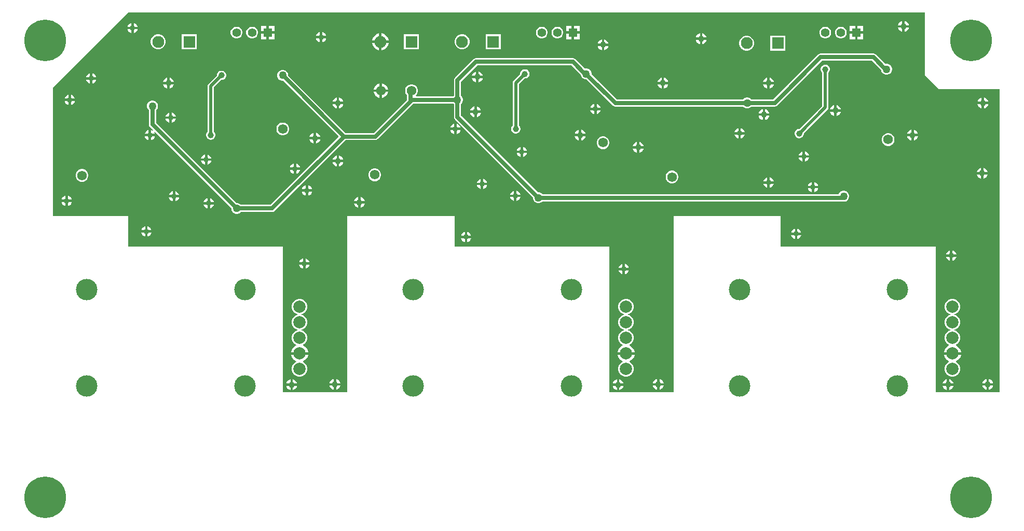
<source format=gbl>
G04*
G04 #@! TF.GenerationSoftware,Altium Limited,Altium Designer,22.5.1 (42)*
G04*
G04 Layer_Physical_Order=2*
G04 Layer_Color=16711680*
%FSLAX43Y43*%
%MOMM*%
G71*
G04*
G04 #@! TF.SameCoordinates,2A2A3854-17DD-444F-B545-0734B4948F52*
G04*
G04*
G04 #@! TF.FilePolarity,Positive*
G04*
G01*
G75*
%ADD37C,1.570*%
%ADD41C,0.640*%
%ADD42C,0.510*%
%ADD44C,2.000*%
%ADD45C,3.500*%
%ADD46C,6.800*%
%ADD47C,1.400*%
%ADD48R,1.400X1.400*%
%ADD49C,1.950*%
%ADD50R,1.950X1.950*%
%ADD51C,1.000*%
%ADD52C,0.900*%
%ADD53C,1.270*%
G36*
X148500Y74250D02*
X148500D01*
X150750Y72000D01*
X160690D01*
Y22500D01*
X150250D01*
Y46250D01*
X125000D01*
Y51250D01*
X107500D01*
Y22500D01*
X97000D01*
Y46250D01*
X71750D01*
Y51250D01*
X54250D01*
Y22500D01*
X43750D01*
Y46250D01*
X18500D01*
Y51250D01*
X6250D01*
Y72250D01*
X18500Y84500D01*
X148500D01*
Y74250D01*
D02*
G37*
%LPC*%
G36*
X145200Y83128D02*
Y82450D01*
X145878D01*
X145839Y82597D01*
X145720Y82803D01*
X145553Y82970D01*
X145347Y83089D01*
X145200Y83128D01*
D02*
G37*
G36*
X144800D02*
X144653Y83089D01*
X144447Y82970D01*
X144280Y82803D01*
X144161Y82597D01*
X144122Y82450D01*
X144800D01*
Y83128D01*
D02*
G37*
G36*
X19450Y82826D02*
Y82200D01*
X20076D01*
X20042Y82328D01*
X19930Y82522D01*
X19772Y82680D01*
X19578Y82792D01*
X19450Y82826D01*
D02*
G37*
G36*
X19050D02*
X18922Y82792D01*
X18728Y82680D01*
X18570Y82522D01*
X18458Y82328D01*
X18424Y82200D01*
X19050D01*
Y82826D01*
D02*
G37*
G36*
X92180Y82350D02*
X91280D01*
Y81450D01*
X92180D01*
Y82350D01*
D02*
G37*
G36*
X138430D02*
X137530D01*
Y81450D01*
X138430D01*
Y82350D01*
D02*
G37*
G36*
X137130D02*
X136230D01*
Y81450D01*
X137130D01*
Y82350D01*
D02*
G37*
G36*
X90880D02*
X89980D01*
Y81450D01*
X90880D01*
Y82350D01*
D02*
G37*
G36*
X42390Y82350D02*
X41490D01*
Y81450D01*
X42390D01*
Y82350D01*
D02*
G37*
G36*
X41090D02*
X40190D01*
Y81450D01*
X41090D01*
Y82350D01*
D02*
G37*
G36*
X144800Y82050D02*
X144122D01*
X144161Y81903D01*
X144280Y81697D01*
X144447Y81530D01*
X144653Y81411D01*
X144800Y81372D01*
Y82050D01*
D02*
G37*
G36*
X145878D02*
X145200D01*
Y81372D01*
X145347Y81411D01*
X145553Y81530D01*
X145720Y81697D01*
X145839Y81903D01*
X145878Y82050D01*
D02*
G37*
G36*
X20076Y81800D02*
X19450D01*
Y81174D01*
X19578Y81208D01*
X19772Y81320D01*
X19930Y81478D01*
X20042Y81672D01*
X20076Y81800D01*
D02*
G37*
G36*
X19050D02*
X18424D01*
X18458Y81672D01*
X18570Y81478D01*
X18728Y81320D01*
X18922Y81208D01*
X19050Y81174D01*
Y81800D01*
D02*
G37*
G36*
X50200Y81326D02*
Y80700D01*
X50826D01*
X50792Y80828D01*
X50680Y81022D01*
X50522Y81180D01*
X50328Y81292D01*
X50200Y81326D01*
D02*
G37*
G36*
X49800D02*
X49672Y81292D01*
X49478Y81180D01*
X49320Y81022D01*
X49208Y80828D01*
X49174Y80700D01*
X49800D01*
Y81326D01*
D02*
G37*
G36*
X112200Y81128D02*
Y80450D01*
X112878D01*
X112839Y80597D01*
X112720Y80803D01*
X112553Y80970D01*
X112347Y81089D01*
X112200Y81128D01*
D02*
G37*
G36*
X111800D02*
X111653Y81089D01*
X111447Y80970D01*
X111280Y80803D01*
X111161Y80597D01*
X111122Y80450D01*
X111800D01*
Y81128D01*
D02*
G37*
G36*
X134916Y82204D02*
X134664D01*
X134422Y82139D01*
X134204Y82013D01*
X134027Y81836D01*
X133901Y81618D01*
X133836Y81376D01*
Y81124D01*
X133901Y80882D01*
X134027Y80664D01*
X134204Y80487D01*
X134422Y80361D01*
X134664Y80296D01*
X134916D01*
X135158Y80361D01*
X135376Y80487D01*
X135553Y80664D01*
X135679Y80882D01*
X135744Y81124D01*
Y81376D01*
X135679Y81618D01*
X135553Y81836D01*
X135376Y82013D01*
X135158Y82139D01*
X134916Y82204D01*
D02*
G37*
G36*
X132376D02*
X132124D01*
X131882Y82139D01*
X131664Y82013D01*
X131487Y81836D01*
X131361Y81618D01*
X131296Y81376D01*
Y81124D01*
X131361Y80882D01*
X131487Y80664D01*
X131664Y80487D01*
X131882Y80361D01*
X132124Y80296D01*
X132376D01*
X132618Y80361D01*
X132836Y80487D01*
X133013Y80664D01*
X133139Y80882D01*
X133204Y81124D01*
Y81376D01*
X133139Y81618D01*
X133013Y81836D01*
X132836Y82013D01*
X132618Y82139D01*
X132376Y82204D01*
D02*
G37*
G36*
X88666D02*
X88414D01*
X88172Y82139D01*
X87954Y82013D01*
X87777Y81836D01*
X87651Y81618D01*
X87586Y81376D01*
Y81124D01*
X87651Y80882D01*
X87777Y80664D01*
X87954Y80487D01*
X88172Y80361D01*
X88414Y80296D01*
X88666D01*
X88908Y80361D01*
X89126Y80487D01*
X89303Y80664D01*
X89429Y80882D01*
X89494Y81124D01*
Y81376D01*
X89429Y81618D01*
X89303Y81836D01*
X89126Y82013D01*
X88908Y82139D01*
X88666Y82204D01*
D02*
G37*
G36*
X86126D02*
X85874D01*
X85632Y82139D01*
X85414Y82013D01*
X85237Y81836D01*
X85111Y81618D01*
X85046Y81376D01*
Y81124D01*
X85111Y80882D01*
X85237Y80664D01*
X85414Y80487D01*
X85632Y80361D01*
X85874Y80296D01*
X86126D01*
X86368Y80361D01*
X86586Y80487D01*
X86763Y80664D01*
X86889Y80882D01*
X86954Y81124D01*
Y81376D01*
X86889Y81618D01*
X86763Y81836D01*
X86586Y82013D01*
X86368Y82139D01*
X86126Y82204D01*
D02*
G37*
G36*
X38876Y82204D02*
X38624D01*
X38382Y82139D01*
X38164Y82013D01*
X37987Y81836D01*
X37861Y81618D01*
X37796Y81376D01*
Y81124D01*
X37861Y80882D01*
X37987Y80664D01*
X38164Y80487D01*
X38382Y80361D01*
X38624Y80296D01*
X38876D01*
X39118Y80361D01*
X39336Y80487D01*
X39513Y80664D01*
X39639Y80882D01*
X39704Y81124D01*
Y81376D01*
X39639Y81618D01*
X39513Y81836D01*
X39336Y82013D01*
X39118Y82139D01*
X38876Y82204D01*
D02*
G37*
G36*
X36336D02*
X36084D01*
X35842Y82139D01*
X35624Y82013D01*
X35447Y81836D01*
X35321Y81618D01*
X35256Y81376D01*
Y81124D01*
X35321Y80882D01*
X35447Y80664D01*
X35624Y80487D01*
X35842Y80361D01*
X36084Y80296D01*
X36336D01*
X36578Y80361D01*
X36796Y80487D01*
X36973Y80664D01*
X37099Y80882D01*
X37164Y81124D01*
Y81376D01*
X37099Y81618D01*
X36973Y81836D01*
X36796Y82013D01*
X36578Y82139D01*
X36336Y82204D01*
D02*
G37*
G36*
X138430Y81050D02*
X137530D01*
Y80150D01*
X138430D01*
Y81050D01*
D02*
G37*
G36*
X137130D02*
X136230D01*
Y80150D01*
X137130D01*
Y81050D01*
D02*
G37*
G36*
X92180D02*
X91280D01*
Y80150D01*
X92180D01*
Y81050D01*
D02*
G37*
G36*
X90880D02*
X89980D01*
Y80150D01*
X90880D01*
Y81050D01*
D02*
G37*
G36*
X42390Y81050D02*
X41490D01*
Y80150D01*
X42390D01*
Y81050D01*
D02*
G37*
G36*
X41090D02*
X40190D01*
Y80150D01*
X41090D01*
Y81050D01*
D02*
G37*
G36*
X59870Y81120D02*
Y79950D01*
X61040D01*
X60951Y80281D01*
X60770Y80594D01*
X60514Y80850D01*
X60201Y81031D01*
X59870Y81120D01*
D02*
G37*
G36*
X59470D02*
X59139Y81031D01*
X58826Y80850D01*
X58570Y80594D01*
X58389Y80281D01*
X58300Y79950D01*
X59470D01*
Y81120D01*
D02*
G37*
G36*
X50826Y80300D02*
X50200D01*
Y79674D01*
X50328Y79708D01*
X50522Y79820D01*
X50680Y79978D01*
X50792Y80172D01*
X50826Y80300D01*
D02*
G37*
G36*
X49800D02*
X49174D01*
X49208Y80172D01*
X49320Y79978D01*
X49478Y79820D01*
X49672Y79708D01*
X49800Y79674D01*
Y80300D01*
D02*
G37*
G36*
X96200Y80128D02*
Y79450D01*
X96878D01*
X96839Y79597D01*
X96720Y79803D01*
X96553Y79970D01*
X96347Y80089D01*
X96200Y80128D01*
D02*
G37*
G36*
X95800D02*
X95653Y80089D01*
X95447Y79970D01*
X95280Y79803D01*
X95161Y79597D01*
X95122Y79450D01*
X95800D01*
Y80128D01*
D02*
G37*
G36*
X112878Y80050D02*
X112200D01*
Y79372D01*
X112347Y79411D01*
X112553Y79530D01*
X112720Y79697D01*
X112839Y79903D01*
X112878Y80050D01*
D02*
G37*
G36*
X111800D02*
X111122D01*
X111161Y79903D01*
X111280Y79697D01*
X111447Y79530D01*
X111653Y79411D01*
X111800Y79372D01*
Y80050D01*
D02*
G37*
G36*
X29729Y80979D02*
X27271D01*
Y78521D01*
X29729D01*
Y80979D01*
D02*
G37*
G36*
X23582D02*
X23258D01*
X22946Y80895D01*
X22665Y80733D01*
X22437Y80505D01*
X22275Y80224D01*
X22191Y79912D01*
Y79588D01*
X22275Y79276D01*
X22437Y78995D01*
X22665Y78767D01*
X22946Y78605D01*
X23258Y78521D01*
X23582D01*
X23894Y78605D01*
X24175Y78767D01*
X24403Y78995D01*
X24565Y79276D01*
X24649Y79588D01*
Y79912D01*
X24565Y80224D01*
X24403Y80505D01*
X24175Y80733D01*
X23894Y80895D01*
X23582Y80979D01*
D02*
G37*
G36*
X79309Y80979D02*
X76851D01*
Y78521D01*
X79309D01*
Y80979D01*
D02*
G37*
G36*
X73162D02*
X72838D01*
X72526Y80895D01*
X72245Y80733D01*
X72017Y80505D01*
X71855Y80224D01*
X71771Y79912D01*
Y79588D01*
X71855Y79276D01*
X72017Y78995D01*
X72245Y78767D01*
X72526Y78605D01*
X72838Y78521D01*
X73162D01*
X73474Y78605D01*
X73755Y78767D01*
X73983Y78995D01*
X74145Y79276D01*
X74229Y79588D01*
Y79912D01*
X74145Y80224D01*
X73983Y80505D01*
X73755Y80733D01*
X73474Y80895D01*
X73162Y80979D01*
D02*
G37*
G36*
X65979D02*
X63521D01*
Y78521D01*
X65979D01*
Y80979D01*
D02*
G37*
G36*
X61040Y79550D02*
X59870D01*
Y78380D01*
X60201Y78469D01*
X60514Y78650D01*
X60770Y78906D01*
X60951Y79219D01*
X61040Y79550D01*
D02*
G37*
G36*
X59470D02*
X58300D01*
X58389Y79219D01*
X58570Y78906D01*
X58826Y78650D01*
X59139Y78469D01*
X59470Y78380D01*
Y79550D01*
D02*
G37*
G36*
X96878Y79050D02*
X96200D01*
Y78372D01*
X96347Y78411D01*
X96553Y78530D01*
X96720Y78697D01*
X96839Y78903D01*
X96878Y79050D01*
D02*
G37*
G36*
X95800D02*
X95122D01*
X95161Y78903D01*
X95280Y78697D01*
X95447Y78530D01*
X95653Y78411D01*
X95800Y78372D01*
Y79050D01*
D02*
G37*
G36*
X125729Y80729D02*
X123271D01*
Y78271D01*
X125729D01*
Y80729D01*
D02*
G37*
G36*
X119582D02*
X119258D01*
X118946Y80645D01*
X118665Y80483D01*
X118437Y80255D01*
X118275Y79974D01*
X118191Y79662D01*
Y79338D01*
X118275Y79026D01*
X118437Y78745D01*
X118665Y78517D01*
X118946Y78355D01*
X119258Y78271D01*
X119582D01*
X119894Y78355D01*
X120175Y78517D01*
X120403Y78745D01*
X120565Y79026D01*
X120649Y79338D01*
Y79662D01*
X120565Y79974D01*
X120403Y80255D01*
X120175Y80483D01*
X119894Y80645D01*
X119582Y80729D01*
D02*
G37*
G36*
X75700Y74878D02*
Y74200D01*
X76378D01*
X76339Y74347D01*
X76220Y74553D01*
X76053Y74720D01*
X75847Y74839D01*
X75700Y74878D01*
D02*
G37*
G36*
X75300D02*
X75153Y74839D01*
X74947Y74720D01*
X74780Y74553D01*
X74661Y74347D01*
X74622Y74200D01*
X75300D01*
Y74878D01*
D02*
G37*
G36*
X12700Y74576D02*
Y73950D01*
X13326D01*
X13292Y74078D01*
X13180Y74272D01*
X13022Y74430D01*
X12828Y74542D01*
X12700Y74576D01*
D02*
G37*
G36*
X12300D02*
X12172Y74542D01*
X11978Y74430D01*
X11820Y74272D01*
X11708Y74078D01*
X11674Y73950D01*
X12300D01*
Y74576D01*
D02*
G37*
G36*
X123200Y73878D02*
Y73200D01*
X123878D01*
X123839Y73347D01*
X123720Y73553D01*
X123553Y73720D01*
X123347Y73839D01*
X123200Y73878D01*
D02*
G37*
G36*
X122800D02*
X122653Y73839D01*
X122447Y73720D01*
X122280Y73553D01*
X122161Y73347D01*
X122122Y73200D01*
X122800D01*
Y73878D01*
D02*
G37*
G36*
X105950D02*
Y73200D01*
X106628D01*
X106589Y73347D01*
X106470Y73553D01*
X106303Y73720D01*
X106097Y73839D01*
X105950Y73878D01*
D02*
G37*
G36*
X105550D02*
X105403Y73839D01*
X105197Y73720D01*
X105030Y73553D01*
X104911Y73347D01*
X104872Y73200D01*
X105550D01*
Y73878D01*
D02*
G37*
G36*
X25300D02*
Y73200D01*
X25978D01*
X25939Y73347D01*
X25820Y73553D01*
X25653Y73720D01*
X25448Y73839D01*
X25300Y73878D01*
D02*
G37*
G36*
X24900D02*
X24753Y73839D01*
X24548Y73720D01*
X24380Y73553D01*
X24261Y73347D01*
X24222Y73200D01*
X24900D01*
Y73878D01*
D02*
G37*
G36*
X76378Y73800D02*
X75700D01*
Y73122D01*
X75847Y73161D01*
X76053Y73280D01*
X76220Y73447D01*
X76339Y73653D01*
X76378Y73800D01*
D02*
G37*
G36*
X75300D02*
X74622D01*
X74661Y73653D01*
X74780Y73447D01*
X74947Y73280D01*
X75153Y73161D01*
X75300Y73122D01*
Y73800D01*
D02*
G37*
G36*
X13326Y73550D02*
X12700D01*
Y72924D01*
X12828Y72958D01*
X13022Y73070D01*
X13180Y73228D01*
X13292Y73422D01*
X13326Y73550D01*
D02*
G37*
G36*
X12300D02*
X11674D01*
X11708Y73422D01*
X11820Y73228D01*
X11978Y73070D01*
X12172Y72958D01*
X12300Y72924D01*
Y73550D01*
D02*
G37*
G36*
X123878Y72800D02*
X123200D01*
Y72122D01*
X123347Y72161D01*
X123553Y72280D01*
X123720Y72447D01*
X123839Y72653D01*
X123878Y72800D01*
D02*
G37*
G36*
X122800D02*
X122122D01*
X122161Y72653D01*
X122280Y72447D01*
X122447Y72280D01*
X122653Y72161D01*
X122800Y72122D01*
Y72800D01*
D02*
G37*
G36*
X106628D02*
X105950D01*
Y72122D01*
X106097Y72161D01*
X106303Y72280D01*
X106470Y72447D01*
X106589Y72653D01*
X106628Y72800D01*
D02*
G37*
G36*
X105550D02*
X104872D01*
X104911Y72653D01*
X105030Y72447D01*
X105197Y72280D01*
X105403Y72161D01*
X105550Y72122D01*
Y72800D01*
D02*
G37*
G36*
X25978D02*
X25300D01*
Y72122D01*
X25448Y72161D01*
X25653Y72280D01*
X25820Y72447D01*
X25939Y72653D01*
X25978Y72800D01*
D02*
G37*
G36*
X24900D02*
X24222D01*
X24261Y72653D01*
X24380Y72447D01*
X24548Y72280D01*
X24753Y72161D01*
X24900Y72122D01*
Y72800D01*
D02*
G37*
G36*
X59950Y72923D02*
Y71950D01*
X60923D01*
X60854Y72207D01*
X60698Y72478D01*
X60478Y72698D01*
X60207Y72854D01*
X59950Y72923D01*
D02*
G37*
G36*
X59550D02*
X59293Y72854D01*
X59022Y72698D01*
X58802Y72478D01*
X58646Y72207D01*
X58577Y71950D01*
X59550D01*
Y72923D01*
D02*
G37*
G36*
X60923Y71550D02*
X59950D01*
Y70577D01*
X60207Y70646D01*
X60478Y70802D01*
X60698Y71022D01*
X60854Y71293D01*
X60923Y71550D01*
D02*
G37*
G36*
X59550D02*
X58577D01*
X58646Y71293D01*
X58802Y71022D01*
X59022Y70802D01*
X59293Y70646D01*
X59550Y70577D01*
Y71550D01*
D02*
G37*
G36*
X9200Y71076D02*
Y70450D01*
X9826D01*
X9792Y70578D01*
X9680Y70772D01*
X9522Y70930D01*
X9328Y71042D01*
X9200Y71076D01*
D02*
G37*
G36*
X8800D02*
X8672Y71042D01*
X8478Y70930D01*
X8320Y70772D01*
X8208Y70578D01*
X8174Y70450D01*
X8800D01*
Y71076D01*
D02*
G37*
G36*
X140080Y77835D02*
X131500D01*
X131276Y77791D01*
X131086Y77664D01*
X123758Y70335D01*
X120172D01*
X120046Y70461D01*
X119843Y70578D01*
X119617Y70639D01*
X119383D01*
X119157Y70578D01*
X118954Y70461D01*
X118828Y70335D01*
X98242D01*
X94139Y74439D01*
Y74617D01*
X94078Y74843D01*
X93961Y75046D01*
X93796Y75211D01*
X93593Y75328D01*
X93367Y75389D01*
X93133D01*
X93042Y75365D01*
X91493Y76914D01*
X91303Y77041D01*
X91080Y77085D01*
X75285D01*
X75061Y77041D01*
X74871Y76914D01*
X71836Y73879D01*
X71709Y73689D01*
X71665Y73465D01*
Y70922D01*
X71578Y70835D01*
X65484D01*
X65432Y70962D01*
X65581Y71112D01*
X65718Y71349D01*
X65789Y71613D01*
Y71887D01*
X65718Y72151D01*
X65581Y72388D01*
X65388Y72581D01*
X65151Y72718D01*
X64887Y72789D01*
X64613D01*
X64349Y72718D01*
X64112Y72581D01*
X63919Y72388D01*
X63782Y72151D01*
X63711Y71887D01*
Y71613D01*
X63782Y71349D01*
X63919Y71112D01*
X63987Y71044D01*
Y70255D01*
X58567Y64835D01*
X53992D01*
X44639Y74189D01*
Y74367D01*
X44578Y74593D01*
X44461Y74796D01*
X44296Y74961D01*
X44093Y75078D01*
X43867Y75139D01*
X43633D01*
X43407Y75078D01*
X43204Y74961D01*
X43039Y74796D01*
X42922Y74593D01*
X42861Y74367D01*
Y74133D01*
X42922Y73907D01*
X43039Y73704D01*
X43204Y73539D01*
X43407Y73422D01*
X43633Y73361D01*
X43811D01*
X52922Y64250D01*
X41758Y53085D01*
X36922D01*
X36796Y53211D01*
X36593Y53328D01*
X36367Y53389D01*
X36189D01*
X23085Y66492D01*
Y68578D01*
X23211Y68704D01*
X23328Y68907D01*
X23389Y69133D01*
Y69367D01*
X23328Y69593D01*
X23211Y69796D01*
X23046Y69961D01*
X22843Y70078D01*
X22617Y70139D01*
X22383D01*
X22157Y70078D01*
X21954Y69961D01*
X21789Y69796D01*
X21672Y69593D01*
X21611Y69367D01*
Y69133D01*
X21672Y68907D01*
X21789Y68704D01*
X21915Y68578D01*
Y66250D01*
X21959Y66026D01*
X22086Y65836D01*
X22632Y65290D01*
X22554Y65188D01*
X22383Y65287D01*
X22255Y65321D01*
Y64695D01*
X22882D01*
X22847Y64823D01*
X22749Y64994D01*
X22850Y65072D01*
X35361Y52561D01*
Y52383D01*
X35422Y52157D01*
X35539Y51954D01*
X35704Y51789D01*
X35907Y51672D01*
X36133Y51611D01*
X36367D01*
X36593Y51672D01*
X36796Y51789D01*
X36922Y51915D01*
X42000D01*
X42224Y51959D01*
X42414Y52086D01*
X53992Y63665D01*
X58809D01*
X59033Y63709D01*
X59223Y63836D01*
X64986Y69599D01*
X65052Y69665D01*
X71578D01*
X71665Y69578D01*
Y67450D01*
X71709Y67226D01*
X71836Y67036D01*
X84561Y54311D01*
Y54133D01*
X84622Y53907D01*
X84739Y53704D01*
X84904Y53539D01*
X85107Y53422D01*
X85333Y53361D01*
X85567D01*
X85793Y53422D01*
X85996Y53539D01*
X86122Y53665D01*
X134830D01*
X134896Y53678D01*
X134907Y53672D01*
X135133Y53611D01*
X135367D01*
X135593Y53672D01*
X135796Y53789D01*
X135961Y53954D01*
X136078Y54157D01*
X136139Y54383D01*
Y54617D01*
X136078Y54843D01*
X135961Y55046D01*
X135796Y55211D01*
X135593Y55328D01*
X135367Y55389D01*
X135133D01*
X134907Y55328D01*
X134704Y55211D01*
X134539Y55046D01*
X134422Y54843D01*
X134419Y54835D01*
X86122D01*
X85996Y54961D01*
X85793Y55078D01*
X85567Y55139D01*
X85389D01*
X72835Y67692D01*
Y69578D01*
X72961Y69704D01*
X73078Y69907D01*
X73139Y70133D01*
Y70367D01*
X73078Y70593D01*
X72961Y70796D01*
X72835Y70922D01*
Y73223D01*
X75527Y75915D01*
X90837D01*
X92361Y74391D01*
Y74383D01*
X92422Y74157D01*
X92539Y73954D01*
X92704Y73789D01*
X92907Y73672D01*
X93133Y73611D01*
X93311D01*
X97586Y69336D01*
X97776Y69209D01*
X98000Y69165D01*
X118828D01*
X118954Y69039D01*
X119157Y68922D01*
X119383Y68861D01*
X119617D01*
X119843Y68922D01*
X120046Y69039D01*
X120172Y69165D01*
X124000D01*
X124224Y69209D01*
X124414Y69336D01*
X131742Y76665D01*
X139837D01*
X141361Y75141D01*
Y75133D01*
X141422Y74907D01*
X141539Y74704D01*
X141704Y74539D01*
X141907Y74422D01*
X142133Y74361D01*
X142367D01*
X142593Y74422D01*
X142796Y74539D01*
X142961Y74704D01*
X143078Y74907D01*
X143139Y75133D01*
Y75367D01*
X143078Y75593D01*
X142961Y75796D01*
X142796Y75961D01*
X142593Y76078D01*
X142367Y76139D01*
X142133D01*
X142042Y76115D01*
X140493Y77664D01*
X140303Y77791D01*
X140080Y77835D01*
D02*
G37*
G36*
X158150Y70628D02*
Y69950D01*
X158828D01*
X158789Y70097D01*
X158670Y70303D01*
X158503Y70470D01*
X158297Y70589D01*
X158150Y70628D01*
D02*
G37*
G36*
X157750D02*
X157603Y70589D01*
X157397Y70470D01*
X157230Y70303D01*
X157111Y70097D01*
X157072Y69950D01*
X157750D01*
Y70628D01*
D02*
G37*
G36*
X52950D02*
Y69950D01*
X53628D01*
X53589Y70097D01*
X53470Y70303D01*
X53303Y70470D01*
X53097Y70589D01*
X52950Y70628D01*
D02*
G37*
G36*
X52550D02*
X52403Y70589D01*
X52197Y70470D01*
X52030Y70303D01*
X51911Y70097D01*
X51872Y69950D01*
X52550D01*
Y70628D01*
D02*
G37*
G36*
X9826Y70050D02*
X9200D01*
Y69424D01*
X9328Y69458D01*
X9522Y69570D01*
X9680Y69728D01*
X9792Y69922D01*
X9826Y70050D01*
D02*
G37*
G36*
X8800D02*
X8174D01*
X8208Y69922D01*
X8320Y69728D01*
X8478Y69570D01*
X8672Y69458D01*
X8800Y69424D01*
Y70050D01*
D02*
G37*
G36*
X94950Y69576D02*
Y68950D01*
X95576D01*
X95542Y69078D01*
X95430Y69272D01*
X95272Y69430D01*
X95078Y69542D01*
X94950Y69576D01*
D02*
G37*
G36*
X94550D02*
X94422Y69542D01*
X94228Y69430D01*
X94070Y69272D01*
X93958Y69078D01*
X93924Y68950D01*
X94550D01*
Y69576D01*
D02*
G37*
G36*
X158828Y69550D02*
X158150D01*
Y68872D01*
X158297Y68911D01*
X158503Y69030D01*
X158670Y69197D01*
X158789Y69403D01*
X158828Y69550D01*
D02*
G37*
G36*
X157750D02*
X157072D01*
X157111Y69403D01*
X157230Y69197D01*
X157397Y69030D01*
X157603Y68911D01*
X157750Y68872D01*
Y69550D01*
D02*
G37*
G36*
X53628D02*
X52950D01*
Y68872D01*
X53097Y68911D01*
X53303Y69030D01*
X53470Y69197D01*
X53589Y69403D01*
X53628Y69550D01*
D02*
G37*
G36*
X52550D02*
X51872D01*
X51911Y69403D01*
X52030Y69197D01*
X52197Y69030D01*
X52403Y68911D01*
X52550Y68872D01*
Y69550D01*
D02*
G37*
G36*
X134120Y69378D02*
Y68700D01*
X134798D01*
X134759Y68847D01*
X134640Y69053D01*
X134472Y69220D01*
X134267Y69339D01*
X134120Y69378D01*
D02*
G37*
G36*
X133720D02*
X133572Y69339D01*
X133367Y69220D01*
X133200Y69053D01*
X133081Y68847D01*
X133042Y68700D01*
X133720D01*
Y69378D01*
D02*
G37*
G36*
X75409Y69189D02*
Y68511D01*
X76087D01*
X76047Y68658D01*
X75929Y68863D01*
X75761Y69031D01*
X75556Y69149D01*
X75409Y69189D01*
D02*
G37*
G36*
X75009D02*
X74861Y69149D01*
X74656Y69031D01*
X74488Y68863D01*
X74370Y68658D01*
X74330Y68511D01*
X75009D01*
Y69189D01*
D02*
G37*
G36*
X122450Y68728D02*
Y68050D01*
X123128D01*
X123089Y68198D01*
X122970Y68403D01*
X122803Y68570D01*
X122597Y68689D01*
X122450Y68728D01*
D02*
G37*
G36*
X122050D02*
X121903Y68689D01*
X121697Y68570D01*
X121530Y68403D01*
X121411Y68198D01*
X121372Y68050D01*
X122050D01*
Y68728D01*
D02*
G37*
G36*
X95576Y68550D02*
X94950D01*
Y67924D01*
X95078Y67958D01*
X95272Y68070D01*
X95430Y68228D01*
X95542Y68422D01*
X95576Y68550D01*
D02*
G37*
G36*
X94550D02*
X93924D01*
X93958Y68422D01*
X94070Y68228D01*
X94228Y68070D01*
X94422Y67958D01*
X94550Y67924D01*
Y68550D01*
D02*
G37*
G36*
X134798Y68300D02*
X134120D01*
Y67622D01*
X134267Y67661D01*
X134472Y67780D01*
X134640Y67947D01*
X134759Y68153D01*
X134798Y68300D01*
D02*
G37*
G36*
X133720D02*
X133042D01*
X133081Y68153D01*
X133200Y67947D01*
X133367Y67780D01*
X133572Y67661D01*
X133720Y67622D01*
Y68300D01*
D02*
G37*
G36*
X25664Y68166D02*
Y67539D01*
X26291D01*
X26257Y67667D01*
X26145Y67861D01*
X25986Y68019D01*
X25793Y68131D01*
X25664Y68166D01*
D02*
G37*
G36*
X25264D02*
X25136Y68131D01*
X24943Y68019D01*
X24784Y67861D01*
X24672Y67667D01*
X24638Y67539D01*
X25264D01*
Y68166D01*
D02*
G37*
G36*
X76087Y68111D02*
X75409D01*
Y67433D01*
X75556Y67472D01*
X75761Y67591D01*
X75929Y67758D01*
X76047Y67963D01*
X76087Y68111D01*
D02*
G37*
G36*
X75009D02*
X74330D01*
X74370Y67963D01*
X74488Y67758D01*
X74656Y67591D01*
X74861Y67472D01*
X75009Y67433D01*
Y68111D01*
D02*
G37*
G36*
X123128Y67650D02*
X122450D01*
Y66972D01*
X122597Y67011D01*
X122803Y67130D01*
X122970Y67298D01*
X123089Y67503D01*
X123128Y67650D01*
D02*
G37*
G36*
X122050D02*
X121372D01*
X121411Y67503D01*
X121530Y67298D01*
X121697Y67130D01*
X121903Y67011D01*
X122050Y66972D01*
Y67650D01*
D02*
G37*
G36*
X26291Y67139D02*
X25664D01*
Y66513D01*
X25793Y66547D01*
X25986Y66659D01*
X26145Y66817D01*
X26257Y67011D01*
X26291Y67139D01*
D02*
G37*
G36*
X25264D02*
X24638D01*
X24672Y67011D01*
X24784Y66817D01*
X24943Y66659D01*
X25136Y66547D01*
X25264Y66513D01*
Y67139D01*
D02*
G37*
G36*
X72115Y66324D02*
Y65697D01*
X72742D01*
X72707Y65825D01*
X72596Y66019D01*
X72437Y66178D01*
X72244Y66289D01*
X72115Y66324D01*
D02*
G37*
G36*
X71715D02*
X71587Y66289D01*
X71394Y66178D01*
X71235Y66019D01*
X71123Y65825D01*
X71089Y65697D01*
X71715D01*
Y66324D01*
D02*
G37*
G36*
X118466Y65610D02*
Y64984D01*
X119092D01*
X119058Y65112D01*
X118946Y65306D01*
X118787Y65464D01*
X118594Y65576D01*
X118466Y65610D01*
D02*
G37*
G36*
X118066D02*
X117937Y65576D01*
X117744Y65464D01*
X117585Y65306D01*
X117474Y65112D01*
X117439Y64984D01*
X118066D01*
Y65610D01*
D02*
G37*
G36*
X83349Y75254D02*
X83151D01*
X82959Y75203D01*
X82787Y75103D01*
X82647Y74963D01*
X82547Y74791D01*
X82496Y74599D01*
Y74480D01*
X81383Y73367D01*
X81271Y73199D01*
X81231Y73000D01*
Y66047D01*
X81147Y65963D01*
X81047Y65791D01*
X80996Y65599D01*
Y65401D01*
X81047Y65209D01*
X81147Y65037D01*
X81287Y64897D01*
X81459Y64797D01*
X81651Y64746D01*
X81849D01*
X82041Y64797D01*
X82213Y64897D01*
X82353Y65037D01*
X82453Y65209D01*
X82504Y65401D01*
Y65599D01*
X82453Y65791D01*
X82353Y65963D01*
X82269Y66047D01*
Y72785D01*
X83230Y73746D01*
X83349D01*
X83541Y73797D01*
X83713Y73897D01*
X83853Y74037D01*
X83953Y74209D01*
X84004Y74401D01*
Y74599D01*
X83953Y74791D01*
X83853Y74963D01*
X83713Y75103D01*
X83541Y75203D01*
X83349Y75254D01*
D02*
G37*
G36*
X146700Y65378D02*
Y64700D01*
X147378D01*
X147339Y64847D01*
X147220Y65053D01*
X147053Y65220D01*
X146847Y65339D01*
X146700Y65378D01*
D02*
G37*
G36*
X146300D02*
X146153Y65339D01*
X145947Y65220D01*
X145780Y65053D01*
X145661Y64847D01*
X145622Y64700D01*
X146300D01*
Y65378D01*
D02*
G37*
G36*
X92450D02*
Y64700D01*
X93128D01*
X93089Y64847D01*
X92970Y65053D01*
X92803Y65220D01*
X92597Y65339D01*
X92450Y65378D01*
D02*
G37*
G36*
X92050D02*
X91903Y65339D01*
X91697Y65220D01*
X91530Y65053D01*
X91411Y64847D01*
X91372Y64700D01*
X92050D01*
Y65378D01*
D02*
G37*
G36*
X21855Y65321D02*
X21727Y65287D01*
X21533Y65175D01*
X21375Y65017D01*
X21263Y64823D01*
X21229Y64695D01*
X21855D01*
Y65321D01*
D02*
G37*
G36*
X72742Y65297D02*
X72115D01*
Y64671D01*
X72244Y64705D01*
X72437Y64817D01*
X72596Y64975D01*
X72707Y65169D01*
X72742Y65297D01*
D02*
G37*
G36*
X71715D02*
X71089D01*
X71123Y65169D01*
X71235Y64975D01*
X71394Y64817D01*
X71587Y64705D01*
X71715Y64671D01*
Y65297D01*
D02*
G37*
G36*
X43887Y66539D02*
X43613D01*
X43349Y66468D01*
X43112Y66331D01*
X42919Y66138D01*
X42782Y65901D01*
X42711Y65637D01*
Y65363D01*
X42782Y65099D01*
X42919Y64862D01*
X43112Y64669D01*
X43349Y64532D01*
X43613Y64461D01*
X43887D01*
X44151Y64532D01*
X44388Y64669D01*
X44581Y64862D01*
X44718Y65099D01*
X44789Y65363D01*
Y65637D01*
X44718Y65901D01*
X44581Y66138D01*
X44388Y66331D01*
X44151Y66468D01*
X43887Y66539D01*
D02*
G37*
G36*
X49200Y64878D02*
Y64200D01*
X49878D01*
X49839Y64347D01*
X49720Y64553D01*
X49553Y64720D01*
X49347Y64839D01*
X49200Y64878D01*
D02*
G37*
G36*
X48800D02*
X48653Y64839D01*
X48447Y64720D01*
X48280Y64553D01*
X48161Y64347D01*
X48122Y64200D01*
X48800D01*
Y64878D01*
D02*
G37*
G36*
X132349Y76004D02*
X132151D01*
X131959Y75953D01*
X131787Y75853D01*
X131647Y75713D01*
X131547Y75541D01*
X131496Y75349D01*
Y75151D01*
X131547Y74959D01*
X131647Y74787D01*
X131731Y74703D01*
Y69215D01*
X128020Y65504D01*
X127901D01*
X127709Y65453D01*
X127537Y65353D01*
X127397Y65213D01*
X127297Y65041D01*
X127246Y64849D01*
Y64651D01*
X127297Y64459D01*
X127397Y64287D01*
X127537Y64147D01*
X127709Y64047D01*
X127901Y63996D01*
X128099D01*
X128291Y64047D01*
X128463Y64147D01*
X128603Y64287D01*
X128703Y64459D01*
X128754Y64651D01*
Y64770D01*
X132617Y68633D01*
X132729Y68801D01*
X132769Y69000D01*
Y74703D01*
X132853Y74787D01*
X132953Y74959D01*
X133004Y75151D01*
Y75349D01*
X132953Y75541D01*
X132853Y75713D01*
X132713Y75853D01*
X132541Y75953D01*
X132349Y76004D01*
D02*
G37*
G36*
X119092Y64584D02*
X118466D01*
Y63958D01*
X118594Y63992D01*
X118787Y64104D01*
X118946Y64262D01*
X119058Y64456D01*
X119092Y64584D01*
D02*
G37*
G36*
X118066D02*
X117439D01*
X117474Y64456D01*
X117585Y64262D01*
X117744Y64104D01*
X117937Y63992D01*
X118066Y63958D01*
Y64584D01*
D02*
G37*
G36*
X33849Y75004D02*
X33651D01*
X33459Y74953D01*
X33287Y74853D01*
X33147Y74713D01*
X33047Y74541D01*
X32996Y74349D01*
Y74230D01*
X31633Y72867D01*
X31521Y72699D01*
X31481Y72500D01*
Y65047D01*
X31397Y64963D01*
X31297Y64791D01*
X31246Y64599D01*
Y64401D01*
X31297Y64209D01*
X31397Y64037D01*
X31537Y63897D01*
X31709Y63797D01*
X31901Y63746D01*
X32099D01*
X32291Y63797D01*
X32463Y63897D01*
X32603Y64037D01*
X32703Y64209D01*
X32754Y64401D01*
Y64599D01*
X32703Y64791D01*
X32603Y64963D01*
X32519Y65047D01*
Y72285D01*
X33730Y73496D01*
X33849D01*
X34041Y73547D01*
X34213Y73647D01*
X34353Y73787D01*
X34453Y73959D01*
X34504Y74151D01*
Y74349D01*
X34453Y74541D01*
X34353Y74713D01*
X34213Y74853D01*
X34041Y74953D01*
X33849Y75004D01*
D02*
G37*
G36*
X22882Y64295D02*
X22255D01*
Y63669D01*
X22383Y63703D01*
X22577Y63815D01*
X22735Y63973D01*
X22847Y64167D01*
X22882Y64295D01*
D02*
G37*
G36*
X21855D02*
X21229D01*
X21263Y64167D01*
X21375Y63973D01*
X21533Y63815D01*
X21727Y63703D01*
X21855Y63669D01*
Y64295D01*
D02*
G37*
G36*
X93128Y64300D02*
X92450D01*
Y63622D01*
X92597Y63661D01*
X92803Y63780D01*
X92970Y63947D01*
X93089Y64153D01*
X93128Y64300D01*
D02*
G37*
G36*
X92050D02*
X91372D01*
X91411Y64153D01*
X91530Y63947D01*
X91697Y63780D01*
X91903Y63661D01*
X92050Y63622D01*
Y64300D01*
D02*
G37*
G36*
X147378D02*
X146700D01*
Y63622D01*
X146847Y63661D01*
X147053Y63780D01*
X147220Y63947D01*
X147339Y64153D01*
X147378Y64300D01*
D02*
G37*
G36*
X146300D02*
X145622D01*
X145661Y64153D01*
X145780Y63947D01*
X145947Y63780D01*
X146153Y63661D01*
X146300Y63622D01*
Y64300D01*
D02*
G37*
G36*
X49878Y63800D02*
X49200D01*
Y63122D01*
X49347Y63161D01*
X49553Y63280D01*
X49720Y63447D01*
X49839Y63653D01*
X49878Y63800D01*
D02*
G37*
G36*
X48800D02*
X48122D01*
X48161Y63653D01*
X48280Y63447D01*
X48447Y63280D01*
X48653Y63161D01*
X48800Y63122D01*
Y63800D01*
D02*
G37*
G36*
X142637Y64789D02*
X142363D01*
X142099Y64718D01*
X141862Y64581D01*
X141669Y64388D01*
X141532Y64151D01*
X141461Y63887D01*
Y63613D01*
X141532Y63349D01*
X141669Y63112D01*
X141862Y62919D01*
X142099Y62782D01*
X142363Y62711D01*
X142637D01*
X142901Y62782D01*
X143138Y62919D01*
X143331Y63112D01*
X143468Y63349D01*
X143539Y63613D01*
Y63887D01*
X143468Y64151D01*
X143331Y64388D01*
X143138Y64581D01*
X142901Y64718D01*
X142637Y64789D01*
D02*
G37*
G36*
X101950Y63378D02*
Y62700D01*
X102628D01*
X102589Y62847D01*
X102470Y63053D01*
X102303Y63220D01*
X102097Y63339D01*
X101950Y63378D01*
D02*
G37*
G36*
X101550D02*
X101403Y63339D01*
X101197Y63220D01*
X101030Y63053D01*
X100911Y62847D01*
X100872Y62700D01*
X101550D01*
Y63378D01*
D02*
G37*
G36*
X96137Y64289D02*
X95863D01*
X95599Y64218D01*
X95362Y64081D01*
X95169Y63888D01*
X95032Y63651D01*
X94961Y63387D01*
Y63113D01*
X95032Y62849D01*
X95169Y62612D01*
X95362Y62419D01*
X95599Y62282D01*
X95863Y62211D01*
X96137D01*
X96401Y62282D01*
X96638Y62419D01*
X96831Y62612D01*
X96968Y62849D01*
X97039Y63113D01*
Y63387D01*
X96968Y63651D01*
X96831Y63888D01*
X96638Y64081D01*
X96401Y64218D01*
X96137Y64289D01*
D02*
G37*
G36*
X82950Y62576D02*
Y61950D01*
X83576D01*
X83542Y62078D01*
X83430Y62272D01*
X83272Y62430D01*
X83078Y62542D01*
X82950Y62576D01*
D02*
G37*
G36*
X82550D02*
X82422Y62542D01*
X82228Y62430D01*
X82070Y62272D01*
X81958Y62078D01*
X81924Y61950D01*
X82550D01*
Y62576D01*
D02*
G37*
G36*
X102628Y62300D02*
X101950D01*
Y61622D01*
X102097Y61661D01*
X102303Y61780D01*
X102470Y61947D01*
X102589Y62153D01*
X102628Y62300D01*
D02*
G37*
G36*
X101550D02*
X100872D01*
X100911Y62153D01*
X101030Y61947D01*
X101197Y61780D01*
X101403Y61661D01*
X101550Y61622D01*
Y62300D01*
D02*
G37*
G36*
X128950Y61826D02*
Y61200D01*
X129576D01*
X129542Y61328D01*
X129430Y61522D01*
X129272Y61680D01*
X129078Y61792D01*
X128950Y61826D01*
D02*
G37*
G36*
X128550D02*
X128422Y61792D01*
X128228Y61680D01*
X128070Y61522D01*
X127958Y61328D01*
X127924Y61200D01*
X128550D01*
Y61826D01*
D02*
G37*
G36*
X83576Y61550D02*
X82950D01*
Y60924D01*
X83078Y60958D01*
X83272Y61070D01*
X83430Y61228D01*
X83542Y61422D01*
X83576Y61550D01*
D02*
G37*
G36*
X82550D02*
X81924D01*
X81958Y61422D01*
X82070Y61228D01*
X82228Y61070D01*
X82422Y60958D01*
X82550Y60924D01*
Y61550D01*
D02*
G37*
G36*
X31450Y61326D02*
Y60700D01*
X32076D01*
X32042Y60828D01*
X31930Y61022D01*
X31772Y61180D01*
X31578Y61292D01*
X31450Y61326D01*
D02*
G37*
G36*
X31050D02*
X30922Y61292D01*
X30728Y61180D01*
X30570Y61022D01*
X30458Y60828D01*
X30424Y60700D01*
X31050D01*
Y61326D01*
D02*
G37*
G36*
X52950Y61128D02*
Y60450D01*
X53628D01*
X53589Y60597D01*
X53470Y60803D01*
X53303Y60970D01*
X53097Y61089D01*
X52950Y61128D01*
D02*
G37*
G36*
X52550D02*
X52403Y61089D01*
X52197Y60970D01*
X52030Y60803D01*
X51911Y60597D01*
X51872Y60450D01*
X52550D01*
Y61128D01*
D02*
G37*
G36*
X129576Y60800D02*
X128950D01*
Y60174D01*
X129078Y60208D01*
X129272Y60320D01*
X129430Y60478D01*
X129542Y60672D01*
X129576Y60800D01*
D02*
G37*
G36*
X128550D02*
X127924D01*
X127958Y60672D01*
X128070Y60478D01*
X128228Y60320D01*
X128422Y60208D01*
X128550Y60174D01*
Y60800D01*
D02*
G37*
G36*
X32076Y60300D02*
X31450D01*
Y59674D01*
X31578Y59708D01*
X31772Y59820D01*
X31930Y59978D01*
X32042Y60172D01*
X32076Y60300D01*
D02*
G37*
G36*
X31050D02*
X30424D01*
X30458Y60172D01*
X30570Y59978D01*
X30728Y59820D01*
X30922Y59708D01*
X31050Y59674D01*
Y60300D01*
D02*
G37*
G36*
X53628Y60050D02*
X52950D01*
Y59372D01*
X53097Y59411D01*
X53303Y59530D01*
X53470Y59697D01*
X53589Y59903D01*
X53628Y60050D01*
D02*
G37*
G36*
X52550D02*
X51872D01*
X51911Y59903D01*
X52030Y59697D01*
X52197Y59530D01*
X52403Y59411D01*
X52550Y59372D01*
Y60050D01*
D02*
G37*
G36*
X45950Y59826D02*
Y59200D01*
X46576D01*
X46542Y59328D01*
X46430Y59522D01*
X46272Y59680D01*
X46078Y59792D01*
X45950Y59826D01*
D02*
G37*
G36*
X45550D02*
X45422Y59792D01*
X45228Y59680D01*
X45070Y59522D01*
X44958Y59328D01*
X44924Y59200D01*
X45550D01*
Y59826D01*
D02*
G37*
G36*
X158047Y59128D02*
Y58450D01*
X158726D01*
X158686Y58597D01*
X158568Y58803D01*
X158400Y58970D01*
X158195Y59089D01*
X158047Y59128D01*
D02*
G37*
G36*
X157647D02*
X157500Y59089D01*
X157295Y58970D01*
X157127Y58803D01*
X157009Y58597D01*
X156969Y58450D01*
X157647D01*
Y59128D01*
D02*
G37*
G36*
X46576Y58800D02*
X45950D01*
Y58174D01*
X46078Y58208D01*
X46272Y58320D01*
X46430Y58478D01*
X46542Y58672D01*
X46576Y58800D01*
D02*
G37*
G36*
X45550D02*
X44924D01*
X44958Y58672D01*
X45070Y58478D01*
X45228Y58320D01*
X45422Y58208D01*
X45550Y58174D01*
Y58800D01*
D02*
G37*
G36*
X158726Y58050D02*
X158047D01*
Y57372D01*
X158195Y57411D01*
X158400Y57530D01*
X158568Y57697D01*
X158686Y57903D01*
X158726Y58050D01*
D02*
G37*
G36*
X157647D02*
X156969D01*
X157009Y57903D01*
X157127Y57697D01*
X157295Y57530D01*
X157500Y57411D01*
X157647Y57372D01*
Y58050D01*
D02*
G37*
G36*
X58887Y59039D02*
X58613D01*
X58349Y58968D01*
X58112Y58831D01*
X57919Y58638D01*
X57782Y58401D01*
X57711Y58137D01*
Y57863D01*
X57782Y57599D01*
X57919Y57362D01*
X58112Y57169D01*
X58349Y57032D01*
X58613Y56961D01*
X58887D01*
X59151Y57032D01*
X59388Y57169D01*
X59581Y57362D01*
X59718Y57599D01*
X59789Y57863D01*
Y58137D01*
X59718Y58401D01*
X59581Y58638D01*
X59388Y58831D01*
X59151Y58968D01*
X58887Y59039D01*
D02*
G37*
G36*
X123200Y57576D02*
Y56950D01*
X123826D01*
X123792Y57078D01*
X123680Y57272D01*
X123522Y57430D01*
X123328Y57542D01*
X123200Y57576D01*
D02*
G37*
G36*
X122800D02*
X122672Y57542D01*
X122478Y57430D01*
X122320Y57272D01*
X122208Y57078D01*
X122174Y56950D01*
X122800D01*
Y57576D01*
D02*
G37*
G36*
X11137Y58939D02*
X10863D01*
X10599Y58868D01*
X10362Y58731D01*
X10169Y58538D01*
X10032Y58301D01*
X9961Y58037D01*
Y57763D01*
X10032Y57499D01*
X10169Y57262D01*
X10362Y57069D01*
X10599Y56932D01*
X10863Y56861D01*
X11137D01*
X11401Y56932D01*
X11638Y57069D01*
X11831Y57262D01*
X11968Y57499D01*
X12039Y57763D01*
Y58037D01*
X11968Y58301D01*
X11831Y58538D01*
X11638Y58731D01*
X11401Y58868D01*
X11137Y58939D01*
D02*
G37*
G36*
X76450Y57326D02*
Y56700D01*
X77076D01*
X77042Y56828D01*
X76930Y57022D01*
X76772Y57180D01*
X76578Y57292D01*
X76450Y57326D01*
D02*
G37*
G36*
X76050D02*
X75922Y57292D01*
X75728Y57180D01*
X75570Y57022D01*
X75458Y56828D01*
X75424Y56700D01*
X76050D01*
Y57326D01*
D02*
G37*
G36*
X107387Y58689D02*
X107113D01*
X106849Y58618D01*
X106612Y58481D01*
X106419Y58288D01*
X106282Y58051D01*
X106211Y57787D01*
Y57513D01*
X106282Y57249D01*
X106419Y57012D01*
X106612Y56819D01*
X106849Y56682D01*
X107113Y56611D01*
X107387D01*
X107651Y56682D01*
X107888Y56819D01*
X108081Y57012D01*
X108218Y57249D01*
X108289Y57513D01*
Y57787D01*
X108218Y58051D01*
X108081Y58288D01*
X107888Y58481D01*
X107651Y58618D01*
X107387Y58689D01*
D02*
G37*
G36*
X130450Y56826D02*
Y56200D01*
X131076D01*
X131042Y56328D01*
X130930Y56522D01*
X130772Y56680D01*
X130578Y56792D01*
X130450Y56826D01*
D02*
G37*
G36*
X130050D02*
X129922Y56792D01*
X129728Y56680D01*
X129570Y56522D01*
X129458Y56328D01*
X129424Y56200D01*
X130050D01*
Y56826D01*
D02*
G37*
G36*
X123826Y56550D02*
X123200D01*
Y55924D01*
X123328Y55958D01*
X123522Y56070D01*
X123680Y56228D01*
X123792Y56422D01*
X123826Y56550D01*
D02*
G37*
G36*
X122800D02*
X122174D01*
X122208Y56422D01*
X122320Y56228D01*
X122478Y56070D01*
X122672Y55958D01*
X122800Y55924D01*
Y56550D01*
D02*
G37*
G36*
X77076Y56300D02*
X76450D01*
Y55674D01*
X76578Y55708D01*
X76772Y55820D01*
X76930Y55978D01*
X77042Y56172D01*
X77076Y56300D01*
D02*
G37*
G36*
X76050D02*
X75424D01*
X75458Y56172D01*
X75570Y55978D01*
X75728Y55820D01*
X75922Y55708D01*
X76050Y55674D01*
Y56300D01*
D02*
G37*
G36*
X47900Y56276D02*
Y55650D01*
X48526D01*
X48492Y55778D01*
X48380Y55972D01*
X48222Y56130D01*
X48028Y56242D01*
X47900Y56276D01*
D02*
G37*
G36*
X47500D02*
X47372Y56242D01*
X47178Y56130D01*
X47020Y55972D01*
X46908Y55778D01*
X46874Y55650D01*
X47500D01*
Y56276D01*
D02*
G37*
G36*
X131076Y55800D02*
X130450D01*
Y55174D01*
X130578Y55208D01*
X130772Y55320D01*
X130930Y55478D01*
X131042Y55672D01*
X131076Y55800D01*
D02*
G37*
G36*
X130050D02*
X129424D01*
X129458Y55672D01*
X129570Y55478D01*
X129728Y55320D01*
X129922Y55208D01*
X130050Y55174D01*
Y55800D01*
D02*
G37*
G36*
X81881Y55397D02*
Y54771D01*
X82507D01*
X82473Y54899D01*
X82361Y55093D01*
X82202Y55251D01*
X82009Y55363D01*
X81881Y55397D01*
D02*
G37*
G36*
X81481D02*
X81352Y55363D01*
X81159Y55251D01*
X81000Y55093D01*
X80888Y54899D01*
X80854Y54771D01*
X81481D01*
Y55397D01*
D02*
G37*
G36*
X26200Y55326D02*
Y54700D01*
X26826D01*
X26792Y54828D01*
X26680Y55022D01*
X26522Y55180D01*
X26328Y55292D01*
X26200Y55326D01*
D02*
G37*
G36*
X25800D02*
X25672Y55292D01*
X25478Y55180D01*
X25320Y55022D01*
X25208Y54828D01*
X25174Y54700D01*
X25800D01*
Y55326D01*
D02*
G37*
G36*
X48526Y55250D02*
X47900D01*
Y54624D01*
X48028Y54658D01*
X48222Y54770D01*
X48380Y54928D01*
X48492Y55122D01*
X48526Y55250D01*
D02*
G37*
G36*
X47500D02*
X46874D01*
X46908Y55122D01*
X47020Y54928D01*
X47178Y54770D01*
X47372Y54658D01*
X47500Y54624D01*
Y55250D01*
D02*
G37*
G36*
X8700Y54576D02*
Y53950D01*
X9326D01*
X9292Y54078D01*
X9180Y54272D01*
X9022Y54430D01*
X8828Y54542D01*
X8700Y54576D01*
D02*
G37*
G36*
X8300D02*
X8172Y54542D01*
X7978Y54430D01*
X7820Y54272D01*
X7708Y54078D01*
X7674Y53950D01*
X8300D01*
Y54576D01*
D02*
G37*
G36*
X82507Y54371D02*
X81881D01*
Y53744D01*
X82009Y53779D01*
X82202Y53891D01*
X82361Y54049D01*
X82473Y54243D01*
X82507Y54371D01*
D02*
G37*
G36*
X81481D02*
X80854D01*
X80888Y54243D01*
X81000Y54049D01*
X81159Y53891D01*
X81352Y53779D01*
X81481Y53744D01*
Y54371D01*
D02*
G37*
G36*
X56450Y54378D02*
Y53700D01*
X57128D01*
X57089Y53847D01*
X56970Y54053D01*
X56803Y54220D01*
X56597Y54339D01*
X56450Y54378D01*
D02*
G37*
G36*
X56050D02*
X55903Y54339D01*
X55697Y54220D01*
X55530Y54053D01*
X55411Y53847D01*
X55372Y53700D01*
X56050D01*
Y54378D01*
D02*
G37*
G36*
X26826Y54300D02*
X26200D01*
Y53674D01*
X26328Y53708D01*
X26522Y53820D01*
X26680Y53978D01*
X26792Y54172D01*
X26826Y54300D01*
D02*
G37*
G36*
X25800D02*
X25174D01*
X25208Y54172D01*
X25320Y53978D01*
X25478Y53820D01*
X25672Y53708D01*
X25800Y53674D01*
Y54300D01*
D02*
G37*
G36*
X31876Y54174D02*
Y53548D01*
X32503D01*
X32468Y53676D01*
X32356Y53870D01*
X32198Y54028D01*
X32004Y54140D01*
X31876Y54174D01*
D02*
G37*
G36*
X31476D02*
X31348Y54140D01*
X31154Y54028D01*
X30996Y53870D01*
X30884Y53676D01*
X30850Y53548D01*
X31476D01*
Y54174D01*
D02*
G37*
G36*
X9326Y53550D02*
X8700D01*
Y52924D01*
X8828Y52958D01*
X9022Y53070D01*
X9180Y53228D01*
X9292Y53422D01*
X9326Y53550D01*
D02*
G37*
G36*
X8300D02*
X7674D01*
X7708Y53422D01*
X7820Y53228D01*
X7978Y53070D01*
X8172Y52958D01*
X8300Y52924D01*
Y53550D01*
D02*
G37*
G36*
X57128Y53300D02*
X56450D01*
Y52622D01*
X56597Y52661D01*
X56803Y52780D01*
X56970Y52947D01*
X57089Y53153D01*
X57128Y53300D01*
D02*
G37*
G36*
X56050D02*
X55372D01*
X55411Y53153D01*
X55530Y52947D01*
X55697Y52780D01*
X55903Y52661D01*
X56050Y52622D01*
Y53300D01*
D02*
G37*
G36*
X32503Y53148D02*
X31876D01*
Y52521D01*
X32004Y52556D01*
X32198Y52668D01*
X32356Y52826D01*
X32468Y53020D01*
X32503Y53148D01*
D02*
G37*
G36*
X31476D02*
X30850D01*
X30884Y53020D01*
X30996Y52826D01*
X31154Y52668D01*
X31348Y52556D01*
X31476Y52521D01*
Y53148D01*
D02*
G37*
G36*
X21700Y49576D02*
Y48950D01*
X22326D01*
X22292Y49078D01*
X22180Y49272D01*
X22022Y49430D01*
X21828Y49542D01*
X21700Y49576D01*
D02*
G37*
G36*
X21300D02*
X21172Y49542D01*
X20978Y49430D01*
X20820Y49272D01*
X20708Y49078D01*
X20674Y48950D01*
X21300D01*
Y49576D01*
D02*
G37*
G36*
X127691Y49176D02*
Y48550D01*
X128318D01*
X128283Y48678D01*
X128171Y48872D01*
X128013Y49030D01*
X127819Y49142D01*
X127691Y49176D01*
D02*
G37*
G36*
X127291D02*
X127163Y49142D01*
X126969Y49030D01*
X126811Y48872D01*
X126699Y48678D01*
X126665Y48550D01*
X127291D01*
Y49176D01*
D02*
G37*
G36*
X73846Y48661D02*
Y48035D01*
X74473D01*
X74438Y48163D01*
X74326Y48356D01*
X74168Y48515D01*
X73974Y48627D01*
X73846Y48661D01*
D02*
G37*
G36*
X73446D02*
X73318Y48627D01*
X73124Y48515D01*
X72966Y48356D01*
X72854Y48163D01*
X72820Y48035D01*
X73446D01*
Y48661D01*
D02*
G37*
G36*
X22326Y48550D02*
X21700D01*
Y47924D01*
X21828Y47958D01*
X22022Y48070D01*
X22180Y48228D01*
X22292Y48422D01*
X22326Y48550D01*
D02*
G37*
G36*
X21300D02*
X20674D01*
X20708Y48422D01*
X20820Y48228D01*
X20978Y48070D01*
X21172Y47958D01*
X21300Y47924D01*
Y48550D01*
D02*
G37*
G36*
X128318Y48150D02*
X127691D01*
Y47524D01*
X127819Y47558D01*
X128013Y47670D01*
X128171Y47828D01*
X128283Y48022D01*
X128318Y48150D01*
D02*
G37*
G36*
X127291D02*
X126665D01*
X126699Y48022D01*
X126811Y47828D01*
X126969Y47670D01*
X127163Y47558D01*
X127291Y47524D01*
Y48150D01*
D02*
G37*
G36*
X74473Y47634D02*
X73846D01*
Y47008D01*
X73974Y47042D01*
X74168Y47154D01*
X74326Y47313D01*
X74438Y47506D01*
X74473Y47634D01*
D02*
G37*
G36*
X73446D02*
X72820D01*
X72854Y47506D01*
X72966Y47313D01*
X73124Y47154D01*
X73318Y47042D01*
X73446Y47008D01*
Y47634D01*
D02*
G37*
G36*
X153002Y45624D02*
Y44998D01*
X153629D01*
X153594Y45126D01*
X153482Y45319D01*
X153324Y45478D01*
X153130Y45590D01*
X153002Y45624D01*
D02*
G37*
G36*
X152602D02*
X152474Y45590D01*
X152280Y45478D01*
X152122Y45319D01*
X152010Y45126D01*
X151976Y44998D01*
X152602D01*
Y45624D01*
D02*
G37*
G36*
X153629Y44598D02*
X153002D01*
Y43971D01*
X153130Y44006D01*
X153324Y44117D01*
X153482Y44276D01*
X153594Y44469D01*
X153629Y44598D01*
D02*
G37*
G36*
X152602D02*
X151976D01*
X152010Y44469D01*
X152122Y44276D01*
X152280Y44117D01*
X152474Y44006D01*
X152602Y43971D01*
Y44598D01*
D02*
G37*
G36*
X47450Y44326D02*
Y43700D01*
X48076D01*
X48042Y43828D01*
X47930Y44022D01*
X47772Y44180D01*
X47578Y44292D01*
X47450Y44326D01*
D02*
G37*
G36*
X47050D02*
X46922Y44292D01*
X46728Y44180D01*
X46570Y44022D01*
X46458Y43828D01*
X46424Y43700D01*
X47050D01*
Y44326D01*
D02*
G37*
G36*
X99566Y43429D02*
Y42803D01*
X100193D01*
X100158Y42931D01*
X100046Y43124D01*
X99888Y43283D01*
X99694Y43395D01*
X99566Y43429D01*
D02*
G37*
G36*
X99166D02*
X99038Y43395D01*
X98844Y43283D01*
X98686Y43124D01*
X98574Y42931D01*
X98540Y42803D01*
X99166D01*
Y43429D01*
D02*
G37*
G36*
X48076Y43300D02*
X47450D01*
Y42674D01*
X47578Y42708D01*
X47772Y42820D01*
X47930Y42978D01*
X48042Y43172D01*
X48076Y43300D01*
D02*
G37*
G36*
X47050D02*
X46424D01*
X46458Y43172D01*
X46570Y42978D01*
X46728Y42820D01*
X46922Y42708D01*
X47050Y42674D01*
Y43300D01*
D02*
G37*
G36*
X100193Y42403D02*
X99566D01*
Y41776D01*
X99694Y41810D01*
X99888Y41922D01*
X100046Y42081D01*
X100158Y42274D01*
X100193Y42403D01*
D02*
G37*
G36*
X99166D02*
X98540D01*
X98574Y42274D01*
X98686Y42081D01*
X98844Y41922D01*
X99038Y41810D01*
X99166Y41776D01*
Y42403D01*
D02*
G37*
G36*
X153165Y37684D02*
X152835D01*
X152516Y37599D01*
X152230Y37433D01*
X151997Y37200D01*
X151831Y36914D01*
X151746Y36595D01*
Y36265D01*
X151831Y35946D01*
X151997Y35660D01*
X152230Y35427D01*
X152516Y35261D01*
X152649Y35226D01*
Y35094D01*
X152516Y35059D01*
X152230Y34893D01*
X151997Y34660D01*
X151831Y34374D01*
X151746Y34055D01*
Y33725D01*
X151831Y33406D01*
X151997Y33120D01*
X152230Y32887D01*
X152516Y32721D01*
X152649Y32686D01*
Y32554D01*
X152516Y32519D01*
X152230Y32353D01*
X151997Y32120D01*
X151831Y31834D01*
X151746Y31515D01*
Y31185D01*
X151831Y30866D01*
X151997Y30580D01*
X152230Y30347D01*
X152424Y30235D01*
X152431Y30210D01*
X152419Y30091D01*
X152140Y29930D01*
X151880Y29670D01*
X151695Y29350D01*
X151604Y29010D01*
X153000D01*
X154396D01*
X154305Y29350D01*
X154120Y29670D01*
X153860Y29930D01*
X153581Y30091D01*
X153569Y30210D01*
X153576Y30235D01*
X153770Y30347D01*
X154003Y30580D01*
X154169Y30866D01*
X154254Y31185D01*
Y31515D01*
X154169Y31834D01*
X154003Y32120D01*
X153770Y32353D01*
X153484Y32519D01*
X153351Y32554D01*
Y32686D01*
X153484Y32721D01*
X153770Y32887D01*
X154003Y33120D01*
X154169Y33406D01*
X154254Y33725D01*
Y34055D01*
X154169Y34374D01*
X154003Y34660D01*
X153770Y34893D01*
X153484Y35059D01*
X153351Y35094D01*
Y35226D01*
X153484Y35261D01*
X153770Y35427D01*
X154003Y35660D01*
X154169Y35946D01*
X154254Y36265D01*
Y36595D01*
X154169Y36914D01*
X154003Y37200D01*
X153770Y37433D01*
X153484Y37599D01*
X153165Y37684D01*
D02*
G37*
G36*
X99915Y37684D02*
X99585D01*
X99266Y37599D01*
X98980Y37433D01*
X98747Y37200D01*
X98581Y36914D01*
X98496Y36595D01*
Y36265D01*
X98581Y35946D01*
X98747Y35660D01*
X98980Y35427D01*
X99266Y35261D01*
X99399Y35226D01*
Y35094D01*
X99266Y35059D01*
X98980Y34893D01*
X98747Y34660D01*
X98581Y34374D01*
X98496Y34055D01*
Y33725D01*
X98581Y33406D01*
X98747Y33120D01*
X98980Y32887D01*
X99266Y32721D01*
X99399Y32686D01*
Y32554D01*
X99266Y32519D01*
X98980Y32353D01*
X98747Y32120D01*
X98581Y31834D01*
X98496Y31515D01*
Y31185D01*
X98581Y30866D01*
X98747Y30580D01*
X98980Y30347D01*
X99174Y30235D01*
X99181Y30210D01*
X99169Y30091D01*
X98890Y29930D01*
X98630Y29670D01*
X98445Y29350D01*
X98354Y29010D01*
X99750D01*
X101146D01*
X101055Y29350D01*
X100870Y29670D01*
X100610Y29930D01*
X100331Y30091D01*
X100319Y30210D01*
X100326Y30235D01*
X100520Y30347D01*
X100753Y30580D01*
X100919Y30866D01*
X101004Y31185D01*
Y31515D01*
X100919Y31834D01*
X100753Y32120D01*
X100520Y32353D01*
X100234Y32519D01*
X100101Y32554D01*
Y32686D01*
X100234Y32721D01*
X100520Y32887D01*
X100753Y33120D01*
X100919Y33406D01*
X101004Y33725D01*
Y34055D01*
X100919Y34374D01*
X100753Y34660D01*
X100520Y34893D01*
X100234Y35059D01*
X100101Y35094D01*
Y35226D01*
X100234Y35261D01*
X100520Y35427D01*
X100753Y35660D01*
X100919Y35946D01*
X101004Y36265D01*
Y36595D01*
X100919Y36914D01*
X100753Y37200D01*
X100520Y37433D01*
X100234Y37599D01*
X99915Y37684D01*
D02*
G37*
G36*
X46665D02*
X46335D01*
X46016Y37599D01*
X45730Y37433D01*
X45497Y37200D01*
X45331Y36914D01*
X45246Y36595D01*
Y36265D01*
X45331Y35946D01*
X45497Y35660D01*
X45730Y35427D01*
X46016Y35261D01*
X46149Y35226D01*
Y35094D01*
X46016Y35059D01*
X45730Y34893D01*
X45497Y34660D01*
X45331Y34374D01*
X45246Y34055D01*
Y33725D01*
X45331Y33406D01*
X45497Y33120D01*
X45730Y32887D01*
X46016Y32721D01*
X46149Y32686D01*
Y32554D01*
X46016Y32519D01*
X45730Y32353D01*
X45497Y32120D01*
X45331Y31834D01*
X45246Y31515D01*
Y31185D01*
X45331Y30866D01*
X45497Y30580D01*
X45730Y30347D01*
X45924Y30235D01*
X45931Y30210D01*
X45919Y30091D01*
X45640Y29930D01*
X45380Y29670D01*
X45195Y29350D01*
X45104Y29010D01*
X46500D01*
X47896D01*
X47805Y29350D01*
X47620Y29670D01*
X47360Y29930D01*
X47081Y30091D01*
X47069Y30210D01*
X47076Y30235D01*
X47270Y30347D01*
X47503Y30580D01*
X47669Y30866D01*
X47754Y31185D01*
Y31515D01*
X47669Y31834D01*
X47503Y32120D01*
X47270Y32353D01*
X46984Y32519D01*
X46851Y32554D01*
Y32686D01*
X46984Y32721D01*
X47270Y32887D01*
X47503Y33120D01*
X47669Y33406D01*
X47754Y33725D01*
Y34055D01*
X47669Y34374D01*
X47503Y34660D01*
X47270Y34893D01*
X46984Y35059D01*
X46851Y35094D01*
Y35226D01*
X46984Y35261D01*
X47270Y35427D01*
X47503Y35660D01*
X47669Y35946D01*
X47754Y36265D01*
Y36595D01*
X47669Y36914D01*
X47503Y37200D01*
X47270Y37433D01*
X46984Y37599D01*
X46665Y37684D01*
D02*
G37*
G36*
X154396Y28610D02*
X153000D01*
X151604D01*
X151695Y28270D01*
X151880Y27950D01*
X152140Y27690D01*
X152419Y27529D01*
X152431Y27410D01*
X152424Y27385D01*
X152230Y27273D01*
X151997Y27040D01*
X151831Y26754D01*
X151746Y26435D01*
Y26105D01*
X151831Y25786D01*
X151997Y25500D01*
X152230Y25267D01*
X152516Y25101D01*
X152835Y25016D01*
X153165D01*
X153484Y25101D01*
X153770Y25267D01*
X154003Y25500D01*
X154169Y25786D01*
X154254Y26105D01*
Y26435D01*
X154169Y26754D01*
X154003Y27040D01*
X153770Y27273D01*
X153576Y27385D01*
X153569Y27410D01*
X153581Y27529D01*
X153860Y27690D01*
X154120Y27950D01*
X154305Y28270D01*
X154396Y28610D01*
D02*
G37*
G36*
X101146Y28610D02*
X99750D01*
X98354D01*
X98445Y28270D01*
X98630Y27950D01*
X98890Y27690D01*
X99169Y27529D01*
X99181Y27410D01*
X99174Y27385D01*
X98980Y27273D01*
X98747Y27040D01*
X98581Y26754D01*
X98496Y26435D01*
Y26105D01*
X98581Y25786D01*
X98747Y25500D01*
X98980Y25267D01*
X99266Y25101D01*
X99585Y25016D01*
X99915D01*
X100234Y25101D01*
X100520Y25267D01*
X100753Y25500D01*
X100919Y25786D01*
X101004Y26105D01*
Y26435D01*
X100919Y26754D01*
X100753Y27040D01*
X100520Y27273D01*
X100326Y27385D01*
X100319Y27410D01*
X100331Y27529D01*
X100610Y27690D01*
X100870Y27950D01*
X101055Y28270D01*
X101146Y28610D01*
D02*
G37*
G36*
X47896Y28610D02*
X46500D01*
X45104D01*
X45195Y28270D01*
X45380Y27950D01*
X45640Y27690D01*
X45919Y27529D01*
X45931Y27410D01*
X45924Y27385D01*
X45730Y27273D01*
X45497Y27040D01*
X45331Y26754D01*
X45246Y26435D01*
Y26105D01*
X45331Y25786D01*
X45497Y25500D01*
X45730Y25267D01*
X46016Y25101D01*
X46335Y25016D01*
X46665D01*
X46984Y25101D01*
X47270Y25267D01*
X47503Y25500D01*
X47669Y25786D01*
X47754Y26105D01*
Y26435D01*
X47669Y26754D01*
X47503Y27040D01*
X47270Y27273D01*
X47076Y27385D01*
X47069Y27410D01*
X47081Y27529D01*
X47360Y27690D01*
X47620Y27950D01*
X47805Y28270D01*
X47896Y28610D01*
D02*
G37*
G36*
X158950Y24628D02*
Y23950D01*
X159628D01*
X159589Y24097D01*
X159470Y24303D01*
X159303Y24470D01*
X159097Y24589D01*
X158950Y24628D01*
D02*
G37*
G36*
X158550D02*
X158403Y24589D01*
X158197Y24470D01*
X158030Y24303D01*
X157911Y24097D01*
X157872Y23950D01*
X158550D01*
Y24628D01*
D02*
G37*
G36*
X105200D02*
Y23950D01*
X105878D01*
X105839Y24097D01*
X105720Y24303D01*
X105553Y24470D01*
X105347Y24589D01*
X105200Y24628D01*
D02*
G37*
G36*
X104800D02*
X104653Y24589D01*
X104447Y24470D01*
X104280Y24303D01*
X104161Y24097D01*
X104122Y23950D01*
X104800D01*
Y24628D01*
D02*
G37*
G36*
X52450D02*
Y23950D01*
X53128D01*
X53089Y24097D01*
X52970Y24303D01*
X52803Y24470D01*
X52597Y24589D01*
X52450Y24628D01*
D02*
G37*
G36*
X52050D02*
X51903Y24589D01*
X51697Y24470D01*
X51530Y24303D01*
X51411Y24097D01*
X51372Y23950D01*
X52050D01*
Y24628D01*
D02*
G37*
G36*
X152488Y24592D02*
Y23914D01*
X153166D01*
X153127Y24061D01*
X153008Y24267D01*
X152841Y24434D01*
X152636Y24553D01*
X152488Y24592D01*
D02*
G37*
G36*
X152088D02*
X151941Y24553D01*
X151736Y24434D01*
X151568Y24267D01*
X151450Y24061D01*
X151410Y23914D01*
X152088D01*
Y24592D01*
D02*
G37*
G36*
X98650Y24578D02*
Y23900D01*
X99328D01*
X99289Y24047D01*
X99170Y24253D01*
X99003Y24420D01*
X98797Y24539D01*
X98650Y24578D01*
D02*
G37*
G36*
X98250D02*
X98103Y24539D01*
X97897Y24420D01*
X97730Y24253D01*
X97611Y24047D01*
X97572Y23900D01*
X98250D01*
Y24578D01*
D02*
G37*
G36*
X45400D02*
Y23900D01*
X46078D01*
X46039Y24047D01*
X45920Y24253D01*
X45753Y24420D01*
X45547Y24539D01*
X45400Y24578D01*
D02*
G37*
G36*
X45000D02*
X44853Y24539D01*
X44647Y24420D01*
X44480Y24253D01*
X44361Y24047D01*
X44322Y23900D01*
X45000D01*
Y24578D01*
D02*
G37*
G36*
X159628Y23550D02*
X158950D01*
Y22872D01*
X159097Y22911D01*
X159303Y23030D01*
X159470Y23197D01*
X159589Y23403D01*
X159628Y23550D01*
D02*
G37*
G36*
X158550D02*
X157872D01*
X157911Y23403D01*
X158030Y23197D01*
X158197Y23030D01*
X158403Y22911D01*
X158550Y22872D01*
Y23550D01*
D02*
G37*
G36*
X53128D02*
X52450D01*
Y22872D01*
X52597Y22911D01*
X52803Y23030D01*
X52970Y23197D01*
X53089Y23403D01*
X53128Y23550D01*
D02*
G37*
G36*
X52050D02*
X51372D01*
X51411Y23403D01*
X51530Y23197D01*
X51697Y23030D01*
X51903Y22911D01*
X52050Y22872D01*
Y23550D01*
D02*
G37*
G36*
X105878D02*
X105200D01*
Y22872D01*
X105347Y22911D01*
X105553Y23030D01*
X105720Y23197D01*
X105839Y23403D01*
X105878Y23550D01*
D02*
G37*
G36*
X104800D02*
X104122D01*
X104161Y23403D01*
X104280Y23197D01*
X104447Y23030D01*
X104653Y22911D01*
X104800Y22872D01*
Y23550D01*
D02*
G37*
G36*
X153166Y23514D02*
X152488D01*
Y22836D01*
X152636Y22875D01*
X152841Y22994D01*
X153008Y23161D01*
X153127Y23367D01*
X153166Y23514D01*
D02*
G37*
G36*
X152088D02*
X151410D01*
X151450Y23367D01*
X151568Y23161D01*
X151736Y22994D01*
X151941Y22875D01*
X152088Y22836D01*
Y23514D01*
D02*
G37*
G36*
X46078Y23500D02*
X45400D01*
Y22822D01*
X45547Y22861D01*
X45753Y22980D01*
X45920Y23147D01*
X46039Y23353D01*
X46078Y23500D01*
D02*
G37*
G36*
X45000D02*
X44322D01*
X44361Y23353D01*
X44480Y23147D01*
X44647Y22980D01*
X44853Y22861D01*
X45000Y22822D01*
Y23500D01*
D02*
G37*
G36*
X99328D02*
X98650D01*
Y22822D01*
X98797Y22861D01*
X99003Y22980D01*
X99170Y23147D01*
X99289Y23353D01*
X99328Y23500D01*
D02*
G37*
G36*
X98250D02*
X97572D01*
X97611Y23353D01*
X97730Y23147D01*
X97897Y22980D01*
X98103Y22861D01*
X98250Y22822D01*
Y23500D01*
D02*
G37*
%LPD*%
D37*
X96000Y63250D02*
D03*
X43750Y65500D02*
D03*
X11000Y57900D02*
D03*
X107250Y57650D02*
D03*
X64750Y71750D02*
D03*
X59750D02*
D03*
X58750Y58000D02*
D03*
X142500Y63750D02*
D03*
D41*
X85450Y54250D02*
X134830D01*
X135080Y54500D01*
X135250D01*
X72250Y67450D02*
X85450Y54250D01*
X72250Y67450D02*
Y70250D01*
X64572Y70013D02*
Y71572D01*
X22500Y66250D02*
X36250Y52500D01*
X42000D02*
X53750Y64250D01*
X36250Y52500D02*
X42000D01*
X22500Y66250D02*
Y69250D01*
X72250Y70250D02*
Y73465D01*
X75285Y76500D02*
X91080D01*
X72250Y73465D02*
X75285Y76500D01*
X119500Y69750D02*
X124000D01*
X140080Y77250D02*
X142080Y75250D01*
X124000Y69750D02*
X131500Y77250D01*
X140080D01*
X142080Y75250D02*
X142250D01*
X93250Y74500D02*
X98000Y69750D01*
X119500D01*
X91080Y76500D02*
X93080Y74500D01*
X93250D01*
X64809Y70250D02*
X72250D01*
X64572Y70013D02*
X64809Y70250D01*
X53750Y64250D02*
X58809D01*
X43750Y74250D02*
X53750Y64250D01*
X58809D02*
X64572Y70013D01*
Y71572D02*
X64750Y71750D01*
D42*
X132250Y69000D02*
Y75250D01*
X128000Y64750D02*
X132250Y69000D01*
X81750Y65500D02*
Y73000D01*
X83250Y74500D01*
X32000Y72500D02*
X33750Y74250D01*
X32000Y64500D02*
Y72500D01*
D44*
X99750Y36430D02*
D03*
Y33890D02*
D03*
Y31350D02*
D03*
Y28810D02*
D03*
Y26270D02*
D03*
X153000Y36430D02*
D03*
Y33890D02*
D03*
Y31350D02*
D03*
Y28810D02*
D03*
Y26270D02*
D03*
X46500Y36430D02*
D03*
Y33890D02*
D03*
Y31350D02*
D03*
Y28810D02*
D03*
Y26270D02*
D03*
D45*
X90800Y39250D02*
D03*
Y23450D02*
D03*
X65000Y39250D02*
D03*
Y23450D02*
D03*
X144050Y39250D02*
D03*
Y23450D02*
D03*
X118250Y39250D02*
D03*
Y23450D02*
D03*
X37550Y39250D02*
D03*
Y23450D02*
D03*
X11750Y39250D02*
D03*
Y23450D02*
D03*
D46*
X156000Y80000D02*
D03*
Y5250D02*
D03*
X5000Y80000D02*
D03*
Y5250D02*
D03*
D47*
X132250Y81250D02*
D03*
X134790D02*
D03*
X36210Y81250D02*
D03*
X38750D02*
D03*
X86000Y81250D02*
D03*
X88540D02*
D03*
D48*
X137330D02*
D03*
X41290Y81250D02*
D03*
X91080Y81250D02*
D03*
D49*
X119420Y79500D02*
D03*
X23420Y79750D02*
D03*
X59670Y79750D02*
D03*
X73000D02*
D03*
D50*
X124500Y79500D02*
D03*
X28500Y79750D02*
D03*
X64750Y79750D02*
D03*
X78080D02*
D03*
D51*
X158750Y23750D02*
D03*
X152288Y23714D02*
D03*
X105000Y23750D02*
D03*
X98450Y23700D02*
D03*
X52250Y23750D02*
D03*
X45200Y23700D02*
D03*
X146500Y64500D02*
D03*
X157847Y58250D02*
D03*
X157950Y69750D02*
D03*
X145000Y82250D02*
D03*
X133920Y68500D02*
D03*
X105750Y73000D02*
D03*
X112000Y80250D02*
D03*
X96000Y79250D02*
D03*
X92250Y64500D02*
D03*
X56250Y53500D02*
D03*
X49000Y64000D02*
D03*
X52750Y69750D02*
D03*
X101750Y62500D02*
D03*
X52750Y60250D02*
D03*
X123000Y73000D02*
D03*
X122250Y67850D02*
D03*
X75500Y74000D02*
D03*
X75209Y68311D02*
D03*
X25100Y73000D02*
D03*
X128000Y64750D02*
D03*
X132250Y75250D02*
D03*
X83250Y74500D02*
D03*
X81750Y65500D02*
D03*
X33750Y74250D02*
D03*
X32000Y64500D02*
D03*
D52*
X94750Y68750D02*
D03*
X47700Y55450D02*
D03*
X45750Y59000D02*
D03*
X50000Y80500D02*
D03*
X19250Y82000D02*
D03*
X12500Y73750D02*
D03*
X9000Y70250D02*
D03*
X8500Y53750D02*
D03*
X21500Y48750D02*
D03*
X152802Y44798D02*
D03*
X127491Y48350D02*
D03*
X99366Y42603D02*
D03*
X73646Y47834D02*
D03*
X47250Y43500D02*
D03*
X130250Y56000D02*
D03*
X81681Y54571D02*
D03*
X71915Y65497D02*
D03*
X26000Y54500D02*
D03*
X128750Y61000D02*
D03*
X123000Y56750D02*
D03*
X82750Y61750D02*
D03*
X76250Y56500D02*
D03*
X31676Y53348D02*
D03*
X31250Y60500D02*
D03*
X25464Y67339D02*
D03*
X22055Y64495D02*
D03*
X118266Y64784D02*
D03*
D53*
X135250Y54500D02*
D03*
X85450Y54250D02*
D03*
X36250Y52500D02*
D03*
X119500Y69750D02*
D03*
X142250Y75250D02*
D03*
X72250Y70250D02*
D03*
X93250Y74500D02*
D03*
X22500Y69250D02*
D03*
X43750Y74250D02*
D03*
M02*

</source>
